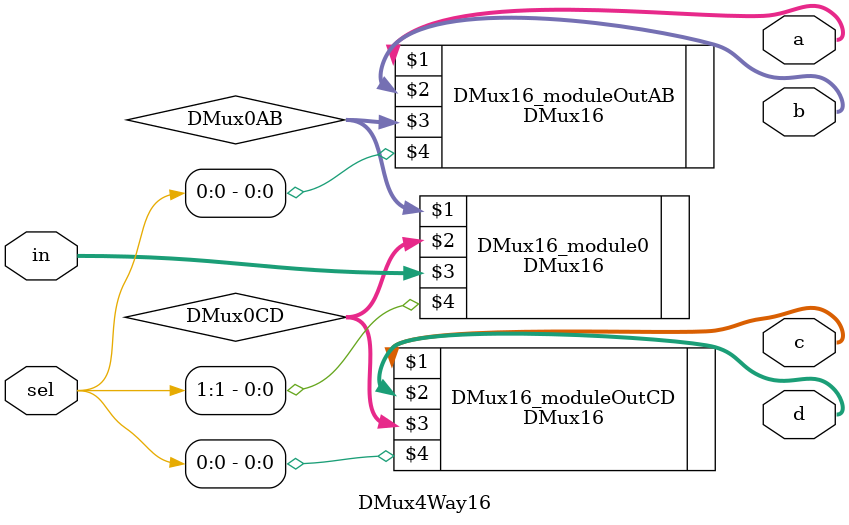
<source format=v>
/* módulo DMux4Way */

`include "DMux16.v"

`ifndef _DMux4WAY16_
`define _DMux4WAY16_

module DMux4Way16(a , b , c, d, in, sel);
    input [15:0] in;
    input [1:0] sel;
    wire [15:0] DMux0AB, DMux0CD;
    output [15:0] a, b, c, d;

    DMux16 DMux16_module0(DMux0AB, DMux0CD, in, sel[1]);
    DMux16 DMux16_moduleOutAB(a, b, DMux0AB, sel[0]);
    DMux16 DMux16_moduleOutCD(c, d, DMux0CD, sel[0]);
endmodule

`endif
</source>
